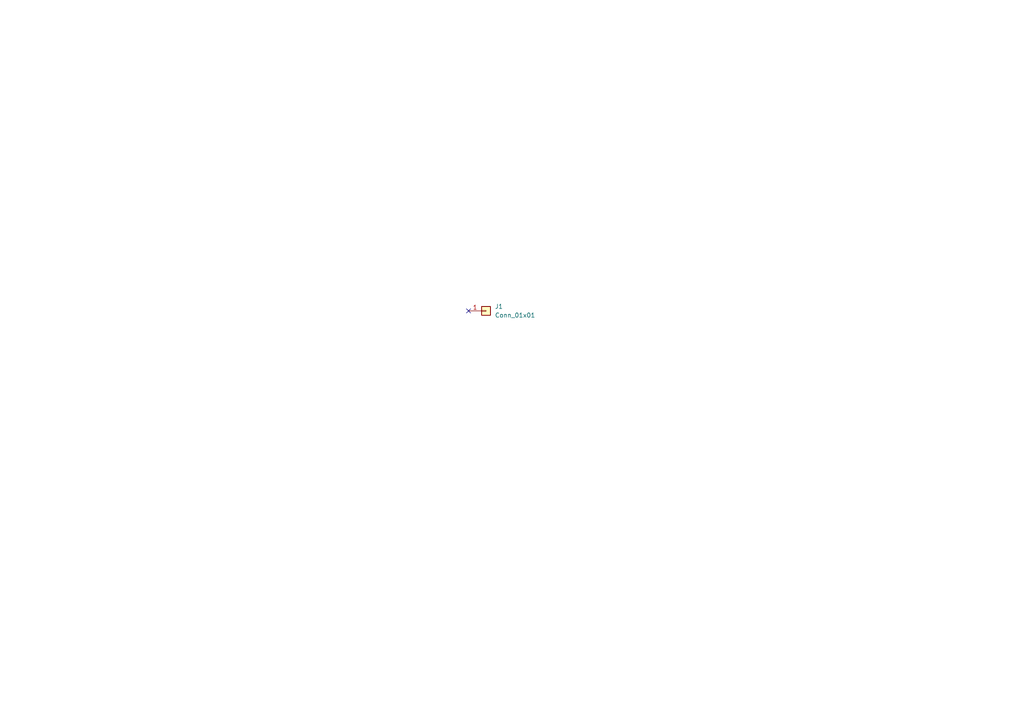
<source format=kicad_sch>
(kicad_sch (version 20230121) (generator eeschema)
  (paper "A4")
  (lib_symbols
    (symbol "Connector_Generic:Conn_01x01" (pin_names (offset 1.016) hide)
      (property "Reference" "J" (at 0 2.54 0))
      (property "Value" "Conn_01x01" (at 0 -2.54 0))
      (symbol "Conn_01x01_1_1"
        (rectangle (start -1.27 0.127) (end 0 -0.127) (stroke (width 0.1524)))
        (rectangle (start -1.27 1.27) (end 1.27 -1.27) (stroke (width 0.254)) (fill (type background)))
        (pin passive line (at -5.08 0 0) (length 3.81) (name "Pin_1") (number "1"))
      )
    )
  )
  (no_connect (at 135.89 90.17))
  (symbol (lib_id "Connector_Generic:Conn_01x01") (at 140.97 90.17 0) (unit 1)
    (property "Reference" "J1" (at 143.51 88.9 0) (effects (justify left)))
    (property "Value" "Conn_01x01" (at 143.51 91.44 0) (effects (justify left)))
    (property "Footprint" "proto-pcb-pads:RoundPad_1.7mm_Hole_1.0mm" (effects hide))
  )
)
</source>
